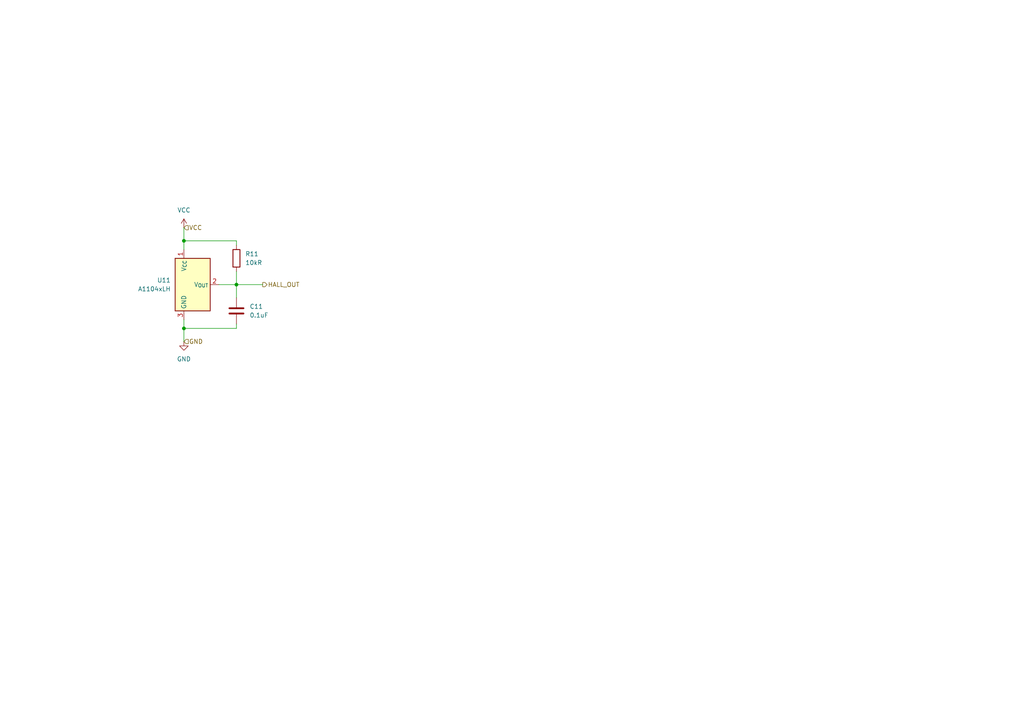
<source format=kicad_sch>
(kicad_sch (version 20250114) (generator "eeschema") (generator_version "9.0")
  (paper "A4")
  (lib_symbols
    (symbol "Device:C" (pin_numbers (hide yes)) (pin_names (offset 0.254))
      (property "Reference" "C" (at 0.635 2.54 0))
      (property "Value" "C" (at 0.635 -2.54 0))
      (symbol "C_0_1"
        (polyline (pts (xy -2.032 0.762) (xy 2.032 0.762)) (stroke (width 0.508)))
        (polyline (pts (xy -2.032 -0.762) (xy 2.032 -0.762)) (stroke (width 0.508)))
      )
      (symbol "C_1_1"
        (pin passive line (at 0 3.81 270) (length 2.794) (name "~") (number "1"))
        (pin passive line (at 0 -3.81 90) (length 2.794) (name "~") (number "2"))
      )
    )
    (symbol "Device:R" (pin_numbers (hide yes)) (pin_names (offset 0))
      (property "Reference" "R" (at 2.032 0 90))
      (property "Value" "R" (at 0 0 90))
      (symbol "R_0_1"
        (rectangle (start -1.016 -2.54) (end 1.016 2.54) (stroke (width 0.254)))
      )
      (symbol "R_1_1"
        (pin passive line (at 0 3.81 270) (length 1.27) (name "~") (number "1"))
        (pin passive line (at 0 -3.81 90) (length 1.27) (name "~") (number "2"))
      )
    )
    (symbol "Sensor_Magnetic:A1104xLH"
      (property "Reference" "U" (at 0 11.43 0))
      (property "Value" "A1104xLH" (at 0 8.89 0))
      (symbol "A1104xLH_0_1"
        (rectangle (start -5.08 7.62) (end 5.08 -7.62) (stroke (width 0.254)) (fill (type background)))
      )
      (symbol "A1104xLH_1_1"
        (pin power_in line (at -2.54 10.16 270) (length 2.54) (name "V_{CC}") (number "1"))
        (pin power_in line (at -2.54 -10.16 90) (length 2.54) (name "GND") (number "3"))
        (pin open_collector line (at 7.62 0 180) (length 2.54) (name "V_{OUT}") (number "2"))
      )
    )
    (symbol "power:GND" (power) (pin_numbers (hide yes)) (pin_names (offset 0) (hide yes))
      (property "Value" "GND" (at 0 -3.81 0))
      (symbol "GND_0_1"
        (polyline (pts (xy 0 0) (xy 0 -1.27) (xy 1.27 -1.27) (xy 0 -2.54) (xy -1.27 -1.27) (xy 0 -1.27)))
      )
      (symbol "GND_1_1"
        (pin power_in line (at 0 0 270) (length 0) (name "~") (number "1"))
      )
    )
    (symbol "power:VCC" (power) (pin_numbers (hide yes)) (pin_names (offset 0) (hide yes))
      (property "Value" "VCC" (at 0 3.556 0))
      (symbol "VCC_0_1"
        (polyline (pts (xy -0.762 1.27) (xy 0 2.54)))
        (polyline (pts (xy 0 2.54) (xy 0.762 1.27)))
        (polyline (pts (xy 0 0) (xy 0 2.54)))
      )
      (symbol "VCC_1_1"
        (pin power_in line (at 0 0 90) (length 0) (name "~") (number "1"))
      )
    )
  )
  (junction (at 68.58 82.55))
  (junction (at 53.34 69.85))
  (junction (at 53.34 95.25))
  (wire (pts (xy 68.58 93.98) (xy 68.58 95.25)))
  (wire (pts (xy 68.58 78.74) (xy 68.58 82.55)))
  (wire (pts (xy 53.34 66.04) (xy 53.34 69.85)))
  (wire (pts (xy 53.34 92.71) (xy 53.34 95.25)))
  (wire (pts (xy 53.34 95.25) (xy 68.58 95.25)))
  (wire (pts (xy 68.58 71.12) (xy 68.58 69.85)))
  (wire (pts (xy 53.34 69.85) (xy 53.34 72.39)))
  (wire (pts (xy 68.58 82.55) (xy 76.2 82.55)))
  (wire (pts (xy 63.5 82.55) (xy 68.58 82.55)))
  (wire (pts (xy 53.34 69.85) (xy 68.58 69.85)))
  (wire (pts (xy 68.58 82.55) (xy 68.58 86.36)))
  (wire (pts (xy 53.34 95.25) (xy 53.34 99.06)))
  (hierarchical_label "GND" (shape input) (at 53.34 99.06 0))
  (hierarchical_label "HALL_OUT" (shape output) (at 76.2 82.55 0))
  (hierarchical_label "VCC" (shape input) (at 53.34 66.04 0))
  (symbol (lib_id "Device:R") (at 68.58 74.93 180) (unit 1)
    (property "Reference" "R" (at 71.12 73.6599 0) (effects (justify right)))
    (property "Value" "10kR" (at 71.12 76.1999 0) (effects (justify right)))
    (property "Footprint" "Resistor_SMD:R_0805_2012Metric" (effects (hide yes)))
    (property "Description" "Resistor" (effects (hide yes)))
    (instances (project "board" (path "" (reference "R11") (unit 1)) (path "" (reference "R13") (unit 1)) (path "" (reference "R14") (unit 1)) (path "" (reference "R12") (unit 1)) (path "" (reference "R10") (unit 1)) (path "" (reference "R9") (unit 1)) (path "" (reference "R15") (unit 1)) (path "" (reference "R16") (unit 1)) (path "" (reference "R21") (unit 1)) (path "" (reference "R19") (unit 1)) (path "" (reference "R22") (unit 1)) (path "" (reference "R18") (unit 1)) (path "" (reference "R17") (unit 1)) (path "" (reference "R3") (unit 1)) (path "" (reference "R20") (unit 1)) (path "" (reference "R8") (unit 1)) (path "" (reference "R3") (unit 1)) (path "" (reference "R5") (unit 1)) (path "" (reference "R2") (unit 1)) (path "" (reference "R1") (unit 1)) (path "" (reference "R6") (unit 1)) (path "" (reference "R4") (unit 1)) (path "" (reference "R7") (unit 1))))
  )
  (symbol (lib_id "power:VCC") (at 53.34 66.04 0) (unit 1)
    (property "Reference" "#PWR0101" (effects (hide yes)))
    (property "Value" "VCC" (at 53.34 60.96 0))
    (property "Description" "Power symbol creates a global label with name \"VCC\"" (effects (hide yes)))
    (instances (project "" (path "" (reference "#PWR0101") (unit 1)) (path "" (reference "#PWR021") (unit 1)) (path "" (reference "#PWR025") (unit 1)) (path "" (reference "#PWR027") (unit 1)) (path "" (reference "#PWR023") (unit 1)) (path "" (reference "#PWR019") (unit 1)) (path "" (reference "#PWR017") (unit 1)) (path "" (reference "#PWR029") (unit 1)) (path "" (reference "#PWR0108") (unit 1)) (path "" (reference "#PWR033") (unit 1)) (path "" (reference "#PWR041") (unit 1)) (path "" (reference "#PWR037") (unit 1)) (path "" (reference "#PWR043") (unit 1)) (path "" (reference "#PWR035") (unit 1)) (path "" (reference "#PWR01") (unit 1)) (path "" (reference "#PWR0110") (unit 1)) (path "" (reference "#PWR039") (unit 1)) (path "" (reference "#PWR015") (unit 1)) (path "" (reference "#PWR0106") (unit 1)) (path "" (reference "#PWR09") (unit 1)) (path "" (reference "#PWR03") (unit 1)) (path "" (reference "#PWR0104") (unit 1)) (path "" (reference "#PWR011") (unit 1)) (path "" (reference "#PWR07") (unit 1)) (path "" (reference "#PWR013") (unit 1))))
  )
  (symbol (lib_id "Sensor_Magnetic:A1104xLH") (at 55.88 82.55 0) (unit 1)
    (property "Reference" "U" (at 49.53 81.2799 0) (effects (justify right)))
    (property "Value" "A1104xLH" (at 49.53 83.8199 0) (effects (justify right)))
    (property "Footprint" "Package_TO_SOT_SMD:SOT-23W" (effects (hide yes)))
    (property "Datasheet" "https://www.allegromicro.com/-/media/files/datasheets/a110x-datasheet.ashx" (effects (hide yes)))
    (property "Description" "Hall effect switch, unipolar (south-polarity), Bop=70-350G, Brp=50-330G, 3.8-24V supply, SOT-23W" (effects (hide yes)))
    (instances (project "board" (path "" (reference "U11") (unit 1)) (path "" (reference "U13") (unit 1)) (path "" (reference "U14") (unit 1)) (path "" (reference "U12") (unit 1)) (path "" (reference "U10") (unit 1)) (path "" (reference "U9") (unit 1)) (path "" (reference "U15") (unit 1)) (path "" (reference "U16") (unit 1)) (path "" (reference "U21") (unit 1)) (path "" (reference "U19") (unit 1)) (path "" (reference "U22") (unit 1)) (path "" (reference "U18") (unit 1)) (path "" (reference "U17") (unit 1)) (path "" (reference "U3") (unit 1)) (path "" (reference "U20") (unit 1)) (path "" (reference "U8") (unit 1)) (path "" (reference "U3") (unit 1)) (path "" (reference "U5") (unit 1)) (path "" (reference "U2") (unit 1)) (path "" (reference "U1") (unit 1)) (path "" (reference "U6") (unit 1)) (path "" (reference "U4") (unit 1)) (path "" (reference "U7") (unit 1))))
  )
  (symbol (lib_id "Device:C") (at 68.58 90.17 0) (unit 1)
    (property "Reference" "C" (at 72.39 88.8999 0) (effects (justify left)))
    (property "Value" "0.1uF" (at 72.39 91.4399 0) (effects (justify left)))
    (property "Description" "Unpolarized capacitor" (effects (hide yes)))
    (instances (project "board" (path "" (reference "C11") (unit 1)) (path "" (reference "C13") (unit 1)) (path "" (reference "C14") (unit 1)) (path "" (reference "C12") (unit 1)) (path "" (reference "C10") (unit 1)) (path "" (reference "C9") (unit 1)) (path "" (reference "C15") (unit 1)) (path "" (reference "C16") (unit 1)) (path "" (reference "C21") (unit 1)) (path "" (reference "C19") (unit 1)) (path "" (reference "C22") (unit 1)) (path "" (reference "C18") (unit 1)) (path "" (reference "C17") (unit 1)) (path "" (reference "C3") (unit 1)) (path "" (reference "C20") (unit 1)) (path "" (reference "C8") (unit 1)) (path "" (reference "C3") (unit 1)) (path "" (reference "C5") (unit 1)) (path "" (reference "C2") (unit 1)) (path "" (reference "C1") (unit 1)) (path "" (reference "C6") (unit 1)) (path "" (reference "C4") (unit 1)) (path "" (reference "C7") (unit 1))))
  )
  (symbol (lib_id "power:GND") (at 53.34 99.06 0) (unit 1)
    (property "Reference" "#PWR0102" (effects (hide yes)))
    (property "Value" "GND" (at 53.34 104.14 0))
    (property "Description" "Power symbol creates a global label with name \"GND\" , ground" (effects (hide yes)))
    (instances (project "" (path "" (reference "#PWR0102") (unit 1)) (path "" (reference "#PWR022") (unit 1)) (path "" (reference "#PWR026") (unit 1)) (path "" (reference "#PWR028") (unit 1)) (path "" (reference "#PWR024") (unit 1)) (path "" (reference "#PWR020") (unit 1)) (path "" (reference "#PWR018") (unit 1)) (path "" (reference "#PWR030") (unit 1)) (path "" (reference "#PWR0107") (unit 1)) (path "" (reference "#PWR034") (unit 1)) (path "" (reference "#PWR042") (unit 1)) (path "" (reference "#PWR038") (unit 1)) (path "" (reference "#PWR044") (unit 1)) (path "" (reference "#PWR036") (unit 1)) (path "" (reference "#PWR02") (unit 1)) (path "" (reference "#PWR0109") (unit 1)) (path "" (reference "#PWR040") (unit 1)) (path "" (reference "#PWR016") (unit 1)) (path "" (reference "#PWR0105") (unit 1)) (path "" (reference "#PWR010") (unit 1)) (path "" (reference "#PWR04") (unit 1)) (path "" (reference "#PWR0103") (unit 1)) (path "" (reference "#PWR012") (unit 1)) (path "" (reference "#PWR08") (unit 1)) (path "" (reference "#PWR014") (unit 1))))
  )
)
</source>
